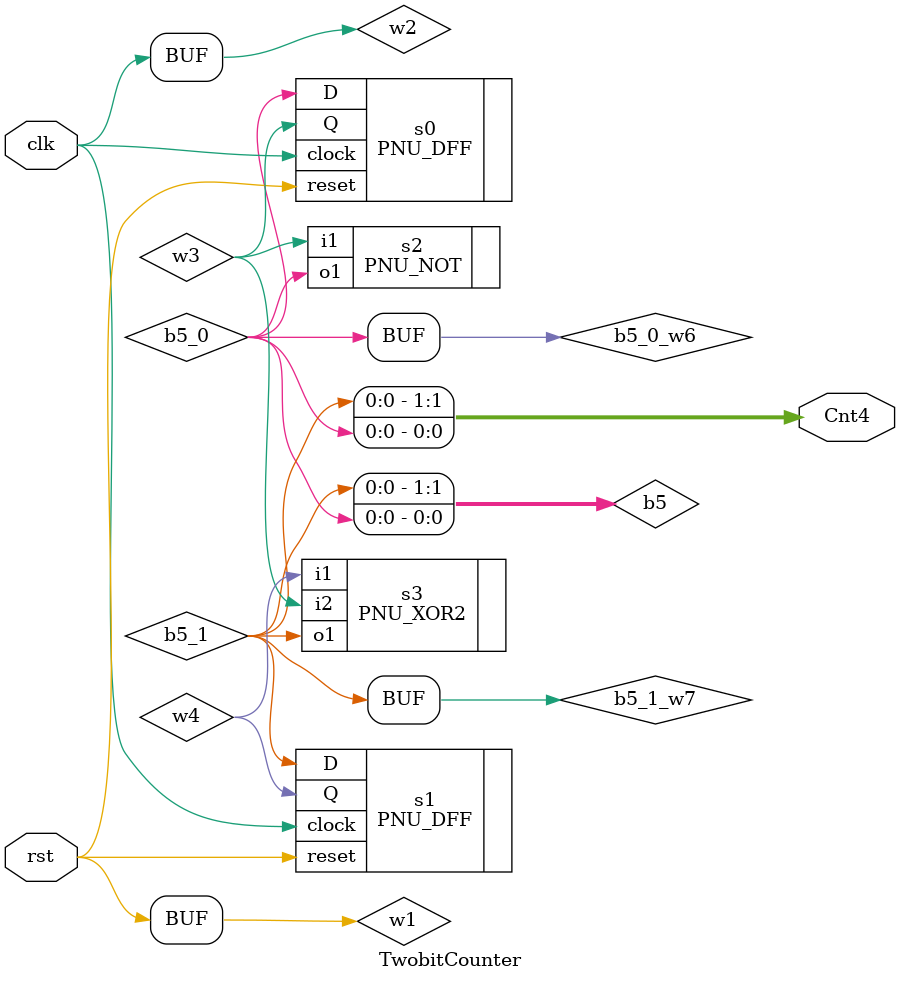
<source format=v>
module TwobitCounter(rst,clk,Cnt4);

input rst;
input clk;
output [1:0] Cnt4;

wire  w1;
wire  w2;
wire  w3;
wire  w4;
wire [1:0] b5;
wire  b5_1;
wire  b5_1_w7;
wire  b5_0;
wire  b5_0_w6;

assign w1 = rst;
assign w2 = clk;
assign Cnt4 = b5;

assign b5[1] = b5_1;
assign b5[0] = b5_0;

assign b5_1_w7 = {b5[1]};
assign b5_0_w6 = {b5[0]};

PNU_DFF
     s0 (
      .reset(w1),
      .clock(w2),
      .Q(w3),
      .D(b5_0_w6));

PNU_DFF
     s1 (
      .reset(w1),
      .clock(w2),
      .Q(w4),
      .D(b5_1_w7));

PNU_NOT
     s2 (
      .i1(w3),
      .o1(b5_0));

PNU_XOR2
     s3 (
      .i2(w3),
      .i1(w4),
      .o1(b5_1));

endmodule
</source>
